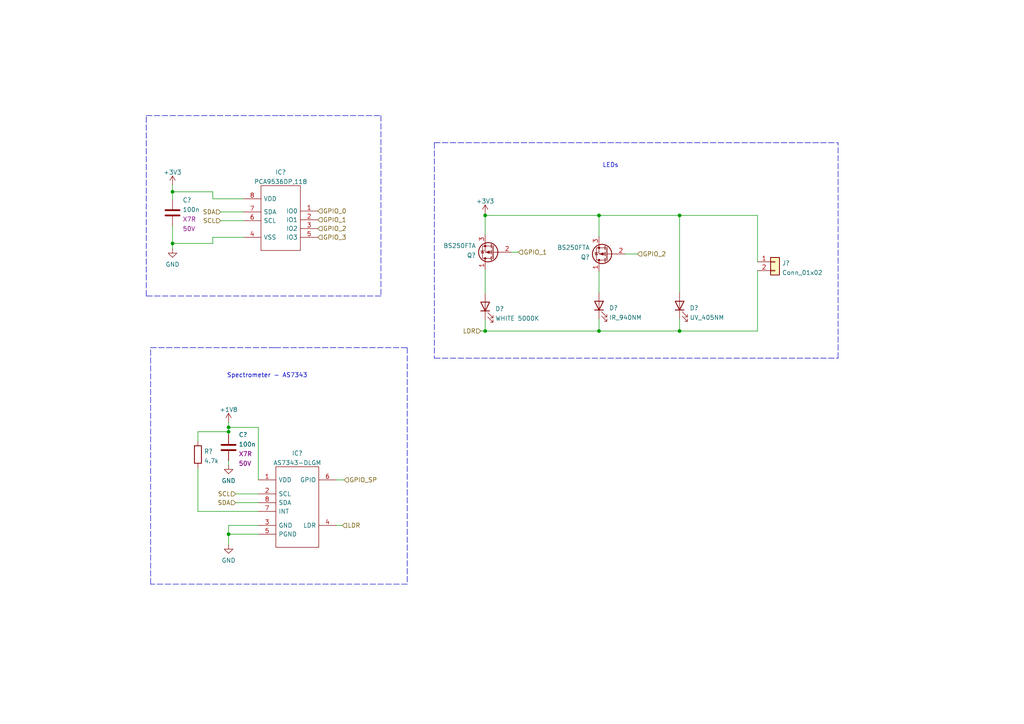
<source format=kicad_sch>
(kicad_sch (version 20211123) (generator eeschema)
  (paper "A4")
  (lib_symbols
    (symbol "Capacitor_JLC:100n" (pin_numbers hide) (pin_names (offset 0.254))
      (property "Reference" "C" (at 3.175 3.175 0))
      (property "Value" "100n" (at 3.175 1.27 0))
      (property "Type" "X7R" (at 5.08 -3.175 0))
      (property "Voltage" "50V" (at 5.08 -1.27 0))
      (symbol "100n_0_1"
        (polyline (pts (xy -2.032 -0.762) (xy 2.032 -0.762)) (stroke (width 0.508)))
        (polyline (pts (xy -2.032 0.762) (xy 2.032 0.762)) (stroke (width 0.508)))
      )
      (symbol "100n_1_1"
        (pin passive line (at 0 3.81 270) (length 2.794) (name "~") (number "1"))
        (pin passive line (at 0 -3.81 90) (length 2.794) (name "~") (number "2"))
      )
    )
    (symbol "Connector_Generic:Conn_01x02" (pin_names (offset 1.016) hide)
      (property "Reference" "J" (at 0 2.54 0))
      (property "Value" "Conn_01x02" (at 0 -5.08 0))
      (symbol "Conn_01x02_1_1"
        (rectangle (start -1.27 -2.413) (end 0 -2.667) (stroke (width 0.1524)))
        (rectangle (start -1.27 0.127) (end 0 -0.127) (stroke (width 0.1524)))
        (rectangle (start -1.27 1.27) (end 1.27 -3.81) (stroke (width 0.254)) (fill (type background)))
        (pin passive line (at -5.08 0 0) (length 3.81) (name "Pin_1") (number "1"))
        (pin passive line (at -5.08 -2.54 0) (length 3.81) (name "Pin_2") (number "2"))
      )
    )
    (symbol "Digital_JLC:PCA9536DP,118" (pin_names (offset 0.762))
      (property "Reference" "IC" (at 20.828 -7.62 0))
      (property "Value" "PCA9536DP,118" (at 20.828 -10.16 0))
      (symbol "PCA9536DP,118_0_0"
        (pin passive line (at 21.59 -3.556 180) (length 5.08) (name "IO0") (number "1"))
        (pin passive line (at 21.59 -6.096 180) (length 5.08) (name "IO1") (number "2"))
        (pin passive line (at 21.59 -8.636 180) (length 5.08) (name "IO2") (number "3"))
        (pin passive line (at 0 -11.176 0) (length 5.08) (name "VSS") (number "4"))
        (pin passive line (at 21.59 -11.176 180) (length 5.08) (name "IO3") (number "5"))
        (pin passive line (at 0 -6.35 0) (length 5.08) (name "SCL") (number "6"))
        (pin passive line (at 0 -3.81 0) (length 5.08) (name "SDA") (number "7"))
        (pin passive line (at 0 0 0) (length 5.08) (name "VDD") (number "8"))
      )
      (symbol "PCA9536DP,118_0_1"
        (rectangle (start 5.08 3.81) (end 16.51 -14.986) (stroke (width 0.1524)))
      )
    )
    (symbol "Resistor_JLC:4.7k" (pin_numbers hide) (pin_names (offset 0))
      (property "Reference" "R" (at 2.032 0 90))
      (property "Value" "4.7k" (at 0 0 90))
      (symbol "4.7k_0_1"
        (rectangle (start -1.016 -2.54) (end 1.016 2.54) (stroke (width 0.254)))
      )
      (symbol "4.7k_1_1"
        (pin passive line (at 0 3.81 270) (length 1.27) (name "~") (number "1"))
        (pin passive line (at 0 -3.81 90) (length 1.27) (name "~") (number "2"))
      )
    )
    (symbol "Sensors_JLC:AS7343-DLGM" (pin_names (offset 0.762))
      (property "Reference" "IC" (at 5.08 7.62 0))
      (property "Value" "AS7343-DLGM" (at 5.08 5.08 0))
      (symbol "AS7343-DLGM_0_0"
        (pin passive line (at 0 0 0) (length 5.08) (name "VDD") (number "1"))
        (pin passive line (at 0 -4.064 0) (length 5.08) (name "SCL") (number "2"))
        (pin passive line (at 0 -13.208 0) (length 5.08) (name "GND") (number "3"))
        (pin passive line (at 22.606 -13.208 180) (length 5.08) (name "LDR") (number "4"))
        (pin passive line (at 0 -15.748 0) (length 5.08) (name "PGND") (number "5"))
        (pin passive line (at 22.606 0 180) (length 5.08) (name "GPIO") (number "6"))
        (pin passive line (at 0 -9.144 0) (length 5.08) (name "INT") (number "7"))
        (pin passive line (at 0 -6.604 0) (length 5.08) (name "SDA") (number "8"))
      )
      (symbol "AS7343-DLGM_0_1"
        (rectangle (start 5.08 3.81) (end 17.526 -19.558) (stroke (width 0.1524)))
      )
    )
    (symbol "Transistor_JLC:BS250FTA" (pin_names (offset 0) hide)
      (property "Reference" "Q" (at 5.08 1.27 0))
      (property "Value" "BS250FTA" (at 5.08 -1.27 0))
      (symbol "BS250FTA_0_1"
        (polyline (pts (xy 0.254 0) (xy -2.54 0)))
        (polyline (pts (xy 0.254 1.905) (xy 0.254 -1.905)) (stroke (width 0.254)))
        (polyline (pts (xy 0.762 -1.27) (xy 0.762 -2.286)) (stroke (width 0.254)))
        (polyline (pts (xy 0.762 0.508) (xy 0.762 -0.508)) (stroke (width 0.254)))
        (polyline (pts (xy 0.762 2.286) (xy 0.762 1.27)) (stroke (width 0.254)))
        (polyline (pts (xy 2.54 2.54) (xy 2.54 1.778)))
        (polyline (pts (xy 2.54 -2.54) (xy 2.54 0) (xy 0.762 0)))
        (polyline (pts (xy 0.762 1.778) (xy 3.302 1.778) (xy 3.302 -1.778) (xy 0.762 -1.778)))
        (polyline (pts (xy 2.286 0) (xy 1.27 0.381) (xy 1.27 -0.381) (xy 2.286 0)) (fill (type outline)))
        (polyline (pts (xy 2.794 -0.508) (xy 2.921 -0.381) (xy 3.683 -0.381) (xy 3.81 -0.254)))
        (polyline (pts (xy 3.302 -0.381) (xy 2.921 0.254) (xy 3.683 0.254) (xy 3.302 -0.381)))
        (circle (center 1.651 0) (radius 2.794) (stroke (width 0.254)))
        (circle (center 2.54 -1.778) (radius 0.254) (fill (type outline)))
        (circle (center 2.54 1.778) (radius 0.254) (fill (type outline)))
      )
      (symbol "BS250FTA_1_1"
        (pin passive line (at 2.54 5.08 270) (length 2.54) (name "D") (number "1"))
        (pin input line (at -5.08 0 0) (length 2.54) (name "G") (number "2"))
        (pin passive line (at 2.54 -5.08 90) (length 2.54) (name "S") (number "3"))
      )
    )
    (symbol "personal:EMITTER_IR_940NM_100MA_2-PLCC" (pin_numbers hide) (pin_names (offset 1.016) hide)
      (property "Reference" "D" (at 0 2.54 0))
      (property "Value" "EMITTER_IR_940NM_100MA_2-PLCC" (at 0 -3.81 0))
      (symbol "EMITTER_IR_940NM_100MA_2-PLCC_0_1"
        (polyline (pts (xy -1.27 -1.27) (xy -1.27 1.27)) (stroke (width 0.254)))
        (polyline (pts (xy -1.27 0) (xy 1.27 0)))
        (polyline (pts (xy 1.27 -1.27) (xy 1.27 1.27) (xy -1.27 0) (xy 1.27 -1.27)) (stroke (width 0.254)))
        (polyline (pts (xy -3.048 -0.762) (xy -4.572 -2.286) (xy -3.81 -2.286) (xy -4.572 -2.286) (xy -4.572 -1.524)))
        (polyline (pts (xy -1.778 -0.762) (xy -3.302 -2.286) (xy -2.54 -2.286) (xy -3.302 -2.286) (xy -3.302 -1.524)))
      )
      (symbol "EMITTER_IR_940NM_100MA_2-PLCC_1_1"
        (pin passive line (at -3.81 0 0) (length 2.54) (name "K") (number "1"))
        (pin passive line (at 3.81 0 180) (length 2.54) (name "A") (number "2"))
      )
    )
    (symbol "personal:EMITTER_UV_405NM_30MA_PLCC" (pin_numbers hide) (pin_names (offset 1.016) hide)
      (property "Reference" "D" (at 0 2.54 0))
      (property "Value" "EMITTER_UV_405NM_30MA_PLCC" (at 0 -3.81 0))
      (symbol "EMITTER_UV_405NM_30MA_PLCC_0_1"
        (polyline (pts (xy -1.27 -1.27) (xy -1.27 1.27)) (stroke (width 0.254)))
        (polyline (pts (xy -1.27 0) (xy 1.27 0)))
        (polyline (pts (xy 1.27 -1.27) (xy 1.27 1.27) (xy -1.27 0) (xy 1.27 -1.27)) (stroke (width 0.254)))
        (polyline (pts (xy -3.048 -0.762) (xy -4.572 -2.286) (xy -3.81 -2.286) (xy -4.572 -2.286) (xy -4.572 -1.524)))
        (polyline (pts (xy -1.778 -0.762) (xy -3.302 -2.286) (xy -2.54 -2.286) (xy -3.302 -2.286) (xy -3.302 -1.524)))
      )
      (symbol "EMITTER_UV_405NM_30MA_PLCC_1_1"
        (pin passive line (at -3.81 0 0) (length 2.54) (name "K") (number "1"))
        (pin passive line (at 3.81 0 180) (length 2.54) (name "A") (number "2"))
      )
    )
    (symbol "personal:LED LUXEON COOL WHITE 5000K 2SMD" (pin_numbers hide) (pin_names (offset 1.016) hide)
      (property "Reference" "D" (at 0 2.54 0))
      (property "Value" "LED LUXEON COOL WHITE 5000K 2SMD" (at 0 -3.81 0))
      (symbol "LED LUXEON COOL WHITE 5000K 2SMD_0_1"
        (polyline (pts (xy -1.27 -1.27) (xy -1.27 1.27)) (stroke (width 0.254)))
        (polyline (pts (xy -1.27 0) (xy 1.27 0)))
        (polyline (pts (xy 1.27 -1.27) (xy 1.27 1.27) (xy -1.27 0) (xy 1.27 -1.27)) (stroke (width 0.254)))
        (polyline (pts (xy -3.048 -0.762) (xy -4.572 -2.286) (xy -3.81 -2.286) (xy -4.572 -2.286) (xy -4.572 -1.524)))
        (polyline (pts (xy -1.778 -0.762) (xy -3.302 -2.286) (xy -2.54 -2.286) (xy -3.302 -2.286) (xy -3.302 -1.524)))
      )
      (symbol "LED LUXEON COOL WHITE 5000K 2SMD_1_1"
        (pin passive line (at -3.81 0 0) (length 2.54) (name "K") (number "1"))
        (pin passive line (at 3.81 0 180) (length 2.54) (name "A") (number "2"))
      )
    )
    (symbol "power:+1V8" (power) (pin_names (offset 0))
      (property "Value" "+1V8" (at 0 3.556 0))
      (symbol "+1V8_0_1"
        (polyline (pts (xy -0.762 1.27) (xy 0 2.54)))
        (polyline (pts (xy 0 0) (xy 0 2.54)))
        (polyline (pts (xy 0 2.54) (xy 0.762 1.27)))
      )
      (symbol "+1V8_1_1"
        (pin power_in line (at 0 0 90) (length 0) hide (name "+1V8") (number "1"))
      )
    )
    (symbol "power:+3V3" (power) (pin_names (offset 0))
      (property "Value" "+3V3" (at 0 3.556 0))
      (symbol "+3V3_0_1"
        (polyline (pts (xy -0.762 1.27) (xy 0 2.54)))
        (polyline (pts (xy 0 0) (xy 0 2.54)))
        (polyline (pts (xy 0 2.54) (xy 0.762 1.27)))
      )
      (symbol "+3V3_1_1"
        (pin power_in line (at 0 0 90) (length 0) hide (name "+3V3") (number "1"))
      )
    )
    (symbol "power:GND" (power) (pin_names (offset 0))
      (property "Value" "GND" (at 0 -3.81 0))
      (symbol "GND_0_1"
        (polyline (pts (xy 0 0) (xy 0 -1.27) (xy 1.27 -1.27) (xy 0 -2.54) (xy -1.27 -1.27) (xy 0 -1.27)))
      )
      (symbol "GND_1_1"
        (pin power_in line (at 0 0 270) (length 0) hide (name "GND") (number "1"))
      )
    )
  )
  (junction (at 140.716 96.012))
  (junction (at 66.294 125.222))
  (junction (at 173.736 96.012))
  (junction (at 66.294 123.952))
  (junction (at 50.038 55.626))
  (junction (at 140.716 62.484))
  (junction (at 173.736 62.484))
  (junction (at 66.294 154.94))
  (junction (at 197.104 62.484))
  (junction (at 197.104 96.012))
  (junction (at 50.038 70.612))
  (wire (pts (xy 66.294 123.952) (xy 66.294 125.222)))
  (wire (pts (xy 173.736 62.484) (xy 197.104 62.484)))
  (polyline (pts (xy 42.418 85.852) (xy 42.418 33.528)))
  (wire (pts (xy 97.536 152.4) (xy 99.314 152.4)))
  (wire (pts (xy 61.722 57.658) (xy 61.722 55.626)))
  (wire (pts (xy 97.536 139.192) (xy 99.822 139.192)))
  (polyline (pts (xy 79.756 100.838) (xy 118.11 100.838)))
  (wire (pts (xy 64.008 64.008) (xy 70.612 64.008)))
  (wire (pts (xy 50.038 70.612) (xy 50.038 65.532)))
  (wire (pts (xy 68.326 143.256) (xy 74.93 143.256)))
  (wire (pts (xy 219.71 78.486) (xy 219.71 96.012)))
  (polyline (pts (xy 43.688 100.838) (xy 80.01 100.838)))
  (wire (pts (xy 197.104 62.484) (xy 219.71 62.484)))
  (wire (pts (xy 66.294 122.428) (xy 66.294 123.952)))
  (polyline (pts (xy 125.984 41.402) (xy 125.984 103.886)))
  (wire (pts (xy 140.716 61.976) (xy 140.716 62.484)))
  (wire (pts (xy 66.294 152.4) (xy 66.294 154.94)))
  (wire (pts (xy 57.404 125.222) (xy 66.294 125.222)))
  (wire (pts (xy 148.336 73.152) (xy 150.368 73.152)))
  (wire (pts (xy 197.104 92.456) (xy 197.104 96.012)))
  (wire (pts (xy 50.038 55.626) (xy 50.038 57.912)))
  (wire (pts (xy 57.404 135.636) (xy 57.404 148.336)))
  (wire (pts (xy 66.294 123.952) (xy 74.93 123.952)))
  (wire (pts (xy 140.716 96.012) (xy 173.736 96.012)))
  (wire (pts (xy 50.038 53.594) (xy 50.038 55.626)))
  (wire (pts (xy 66.294 154.94) (xy 66.294 157.988)))
  (wire (pts (xy 140.716 78.232) (xy 140.716 85.09)))
  (wire (pts (xy 57.404 128.016) (xy 57.404 125.222)))
  (wire (pts (xy 74.93 154.94) (xy 66.294 154.94)))
  (polyline (pts (xy 110.49 33.528) (xy 110.49 85.852)))
  (wire (pts (xy 64.008 61.468) (xy 70.612 61.468)))
  (wire (pts (xy 50.038 70.612) (xy 50.038 72.136)))
  (wire (pts (xy 74.93 152.4) (xy 66.294 152.4)))
  (wire (pts (xy 66.294 133.604) (xy 66.294 134.874)))
  (wire (pts (xy 74.93 123.952) (xy 74.93 139.192)))
  (wire (pts (xy 173.736 92.456) (xy 173.736 96.012)))
  (polyline (pts (xy 118.11 169.418) (xy 43.688 169.418)))
  (polyline (pts (xy 243.078 103.886) (xy 243.078 41.402)))
  (wire (pts (xy 61.722 70.612) (xy 50.038 70.612)))
  (wire (pts (xy 140.716 62.484) (xy 140.716 68.072)))
  (wire (pts (xy 66.294 125.222) (xy 66.294 125.984)))
  (polyline (pts (xy 110.49 85.852) (xy 42.418 85.852)))
  (wire (pts (xy 197.104 96.012) (xy 219.71 96.012)))
  (wire (pts (xy 140.716 92.71) (xy 140.716 96.012)))
  (wire (pts (xy 61.722 68.834) (xy 61.722 70.612)))
  (wire (pts (xy 219.71 75.946) (xy 219.71 62.484)))
  (wire (pts (xy 197.104 84.836) (xy 197.104 62.484)))
  (wire (pts (xy 181.356 73.66) (xy 184.912 73.66)))
  (polyline (pts (xy 42.418 33.528) (xy 81.28 33.528)))
  (wire (pts (xy 61.722 55.626) (xy 50.038 55.626)))
  (wire (pts (xy 74.93 148.336) (xy 57.404 148.336)))
  (wire (pts (xy 139.446 96.012) (xy 140.716 96.012)))
  (wire (pts (xy 173.736 78.74) (xy 173.736 84.836)))
  (polyline (pts (xy 118.11 100.838) (xy 118.11 169.418)))
  (polyline (pts (xy 81.026 33.528) (xy 110.49 33.528)))
  (wire (pts (xy 173.736 96.012) (xy 197.104 96.012)))
  (polyline (pts (xy 125.984 103.886) (xy 243.078 103.886)))
  (wire (pts (xy 70.612 57.658) (xy 61.722 57.658)))
  (wire (pts (xy 173.736 62.484) (xy 173.736 68.58)))
  (wire (pts (xy 140.716 62.484) (xy 173.736 62.484)))
  (wire (pts (xy 68.326 145.796) (xy 74.93 145.796)))
  (wire (pts (xy 70.612 68.834) (xy 61.722 68.834)))
  (polyline (pts (xy 43.688 169.418) (xy 43.688 100.838)))
  (polyline (pts (xy 125.984 41.402) (xy 243.078 41.402)))
  (text "Spectrometer - AS7343" (at 65.786 109.728 0) (effects (font (size 1.27 1.27)) (justify left bottom)))
  (text "LEDs" (at 174.752 48.768 0) (effects (font (size 1.27 1.27)) (justify left bottom)))
  (hierarchical_label "GPIO_1" (shape input) (at 92.202 63.754 0))
  (hierarchical_label "GPIO_SP" (shape input) (at 99.822 139.192 0))
  (hierarchical_label "GPIO_2" (shape input) (at 92.202 66.294 0))
  (hierarchical_label "LDR" (shape input) (at 99.314 152.4 0))
  (hierarchical_label "GPIO_0" (shape input) (at 92.202 61.214 0))
  (hierarchical_label "SDA" (shape input) (at 64.008 61.468 180))
  (hierarchical_label "GPIO_3" (shape input) (at 92.202 68.834 0))
  (hierarchical_label "SDA" (shape input) (at 68.326 145.796 180))
  (hierarchical_label "SCL" (shape input) (at 68.326 143.256 180))
  (hierarchical_label "SCL" (shape input) (at 64.008 64.008 180))
  (hierarchical_label "GPIO_2" (shape input) (at 184.912 73.66 0))
  (hierarchical_label "GPIO_1" (shape input) (at 150.368 73.152 0))
  (hierarchical_label "LDR" (shape input) (at 139.446 96.012 180))
  (symbol (lib_id "Transistor_JLC:BS250FTA") (at 143.256 73.152 180) (unit 1)
    (property "Reference" "Q?" (at 138.049 74.0605 0) (effects (justify left)))
    (property "Value" "BS250FTA" (at 138.049 71.2854 0) (effects (justify left)))
    (property "Footprint" "Package_TO_SOT_SMD:SOT-23" (effects hide))
    (property "LCSC" "C98939" (effects hide))
  )
  (symbol (lib_id "Connector_Generic:Conn_01x02") (at 224.79 75.946 0) (unit 1)
    (property "Reference" "J?" (at 226.822 76.3075 0) (effects (justify left)))
    (property "Value" "Conn_01x02" (at 226.822 79.0826 0) (effects (justify left)))
    (property "Footprint" "Connector_PinHeader_2.54mm:PinHeader_1x02_P2.54mm_Vertical" (effects hide))
  )
  (symbol (lib_id "Transistor_JLC:BS250FTA") (at 176.276 73.66 180) (unit 1)
    (property "Reference" "Q?" (at 171.069 74.5685 0) (effects (justify left)))
    (property "Value" "BS250FTA" (at 171.069 71.7934 0) (effects (justify left)))
    (property "Footprint" "Package_TO_SOT_SMD:SOT-23" (effects hide))
    (property "LCSC" "C98939" (effects hide))
  )
  (symbol (lib_id "Capacitor_JLC:100n") (at 66.294 129.794 0) (unit 1)
    (property "Reference" "C?" (at 69.215 126.1104 0) (effects (justify left)))
    (property "Value" "100n" (at 69.215 128.8855 0) (effects (justify left)))
    (property "Footprint" "Capacitor_SMD:C_0402_1005Metric" (effects hide))
    (property "Type" "X7R" (at 69.215 131.6606 0) (effects (justify left)))
    (property "LCSC" "C307331" (effects hide))
    (property "Voltage" "50V" (at 69.215 134.4357 0) (effects (justify left)))
  )
  (symbol (lib_id "power:GND") (at 66.294 134.874 0) (unit 1)
    (property "Reference" "#PWR?" (effects hide))
    (property "Value" "GND" (at 66.294 139.4365 0))
  )
  (symbol (lib_id "power:+3V3") (at 140.716 61.976 0) (unit 1)
    (property "Reference" "#PWR?" (effects hide))
    (property "Value" "+3V3" (at 140.716 58.3715 0))
  )
  (symbol (lib_id "power:GND") (at 50.038 72.136 0) (unit 1)
    (property "Reference" "#PWR?" (effects hide))
    (property "Value" "GND" (at 50.038 76.6985 0))
  )
  (symbol (lib_id "personal:EMITTER_IR_940NM_100MA_2-PLCC") (at 173.736 88.646 90) (unit 1)
    (property "Reference" "D?" (at 176.657 89.325 90) (effects (justify right)))
    (property "Value" "IR_940NM" (at 176.657 92.1001 90) (effects (justify right)))
    (property "Footprint" "LED_SMD:LED_PLCC-2" (effects hide))
    (property "Manufacturer_Part_Number" "VSML3710-GS18" (effects hide))
  )
  (symbol (lib_id "Capacitor_JLC:100n") (at 50.038 61.722 0) (unit 1)
    (property "Reference" "C?" (at 52.959 58.0384 0) (effects (justify left)))
    (property "Value" "100n" (at 52.959 60.8135 0) (effects (justify left)))
    (property "Footprint" "Capacitor_SMD:C_0402_1005Metric" (effects hide))
    (property "Type" "X7R" (at 52.959 63.5886 0) (effects (justify left)))
    (property "LCSC" "C307331" (effects hide))
    (property "Voltage" "50V" (at 52.959 66.3637 0) (effects (justify left)))
  )
  (symbol (lib_id "personal:LED LUXEON COOL WHITE 5000K 2SMD") (at 140.716 88.9 90) (unit 1)
    (property "Reference" "D?" (at 143.637 89.579 90) (effects (justify right)))
    (property "Value" "WHITE 5000K" (at 143.637 92.3541 90) (effects (justify right)))
    (property "Footprint" "LED_SMD:LED_1206_3216Metric" (effects hide))
    (property "Manufacturer_Part_Number" "L130-5090001400001" (effects hide))
  )
  (symbol (lib_id "personal:EMITTER_UV_405NM_30MA_PLCC") (at 197.104 88.646 90) (unit 1)
    (property "Reference" "D?" (at 200.025 89.325 90) (effects (justify right)))
    (property "Value" "UV_405NM" (at 200.025 92.1001 90) (effects (justify right)))
    (property "Footprint" "LED_SMD:LED_PLCC-2" (effects hide))
    (property "Manufacturer_Part_Number" "VLMU3100-GS08" (effects hide))
  )
  (symbol (lib_id "Resistor_JLC:4.7k") (at 57.404 131.826 0) (unit 1)
    (property "Reference" "R?" (at 59.182 130.9175 0) (effects (justify left)))
    (property "Value" "4.7k" (at 59.182 133.6926 0) (effects (justify left)))
    (property "Footprint" "Resistor_SMD:R_0402_1005Metric" (effects hide))
    (property "LCSC" "C25900" (effects hide))
  )
  (symbol (lib_id "power:+1V8") (at 66.294 122.428 0) (unit 1)
    (property "Reference" "#PWR?" (effects hide))
    (property "Value" "+1V8" (at 66.294 118.8235 0))
  )
  (symbol (lib_id "power:+3V3") (at 50.038 53.594 0) (unit 1)
    (property "Reference" "#PWR?" (effects hide))
    (property "Value" "+3V3" (at 50.038 49.9895 0))
  )
  (symbol (lib_id "power:GND") (at 66.294 157.988 0) (unit 1)
    (property "Reference" "#PWR?" (effects hide))
    (property "Value" "GND" (at 66.294 162.5505 0))
  )
  (symbol (lib_id "Sensors_JLC:AS7343-DLGM") (at 74.93 139.192 0) (unit 1)
    (property "Reference" "IC?" (at 86.233 131.4663 0))
    (property "Value" "AS7343-DLGM" (at 86.233 134.2414 0))
    (property "Footprint" "AS7343DLGM" (effects hide))
    (property "Datasheet" "https://ams.com/documents/20143/6705498/AS7343_DS001046_2_00.pdf" (effects hide))
    (property "Description" "Optical Sensor Ambient 380nm ~{} 1000nm IC 8-TFLGA" (effects hide))
    (property "Height" "1.1" (effects hide))
    (property "Manufacturer_Name" "ams" (effects hide))
    (property "Manufacturer_Part_Number" "AS7343-DLGM" (effects hide))
    (property "Mouser Part Number" "985-AS7343-DLGM" (effects hide))
    (property "Mouser Price/Stock" "https://www.mouser.co.uk/ProductDetail/ams/AS7343-DLGM?qs=MyNHzdoqoQIsEDkbthaOhQ%3D%3D" (effects hide))
    (property "LCSC" "C5144561" (effects hide))
  )
  (symbol (lib_id "Digital_JLC:PCA9536DP,118") (at 70.612 57.658 0) (unit 1)
    (property "Reference" "IC?" (at 81.407 49.9323 0))
    (property "Value" "PCA9536DP,118" (at 81.407 52.7074 0))
    (property "Footprint" "SOP65P490X110-8N" (effects hide))
    (property "Datasheet" "http://www.nxp.com/docs/en/data-sheet/PCA9536.pdf" (effects hide))
    (property "Description" "4-bit I2C-bus and SMBus I/O port" (effects hide))
    (property "Height" "1.1" (effects hide))
    (property "Manufacturer_Name" "NXP" (effects hide))
    (property "Manufacturer_Part_Number" "PCA9536DP,118" (effects hide))
    (property "Mouser Part Number" "771-PCA9536DP-T" (effects hide))
    (property "Mouser Price/Stock" "https://www.mouser.co.uk/ProductDetail/NXP-Semiconductors/PCA9536DP118?qs=LOCUfHb8d9ubAwWIgMOyZQ%3D%3D" (effects hide))
    (property "Arrow Part Number" "PCA9536DP,118" (effects hide))
    (property "Arrow Price/Stock" "https://www.arrow.com/en/products/pca9536dp118/nxp-semiconductors?region=nac" (effects hide))
    (property "LCSC" "C129522" (effects hide))
  )
)
</source>
